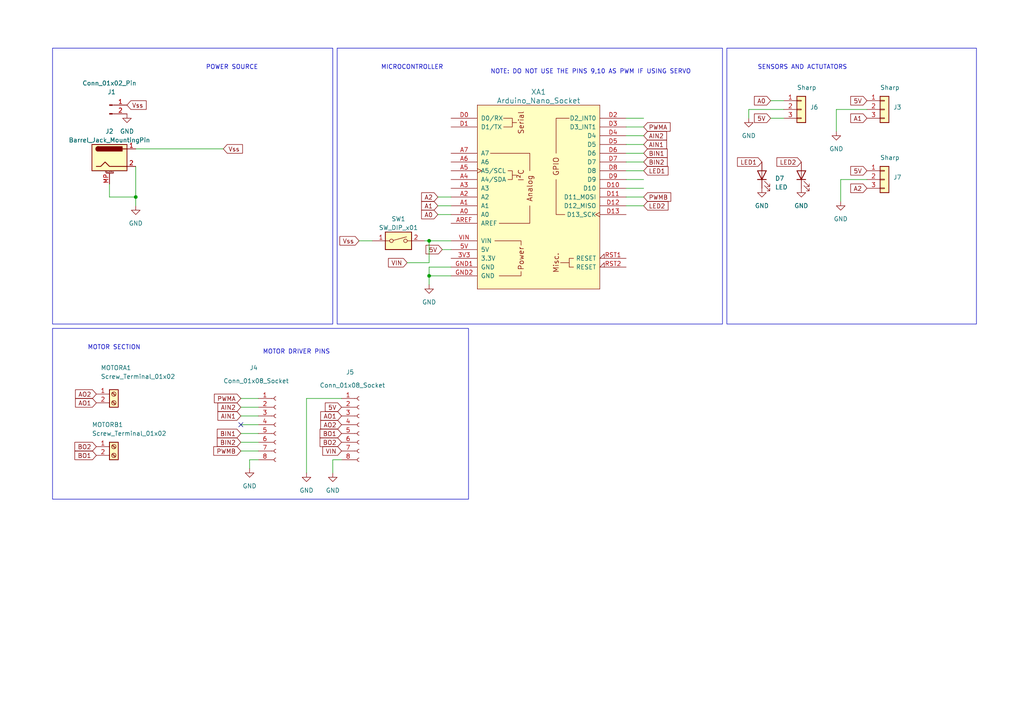
<source format=kicad_sch>
(kicad_sch (version 20230121) (generator eeschema)
  (paper "A4")
  (lib_symbols
    (symbol "Connector:Barrel_Jack_MountingPin" (pin_names hide)
      (property "Reference" "J" (at 0 5.334 0))
      (property "Value" "Barrel_Jack_MountingPin" (at 1.27 -6.35 0))
      (symbol "Barrel_Jack_MountingPin_0_1"
        (rectangle (start -5.08 3.81) (end 5.08 -3.81) (stroke (width 0.254)) (fill (type background)))
        (arc (start -3.302 3.175) (mid -3.9343 2.54) (end -3.302 1.905) (stroke (width 0.254)))
        (arc (start -3.302 3.175) (mid -3.9343 2.54) (end -3.302 1.905) (stroke (width 0.254)) (fill (type outline)))
        (polyline (pts (xy 5.08 2.54) (xy 3.81 2.54)) (stroke (width 0.254)))
        (polyline (pts (xy -3.81 -2.54) (xy -2.54 -2.54) (xy -1.27 -1.27) (xy 0 -2.54) (xy 2.54 -2.54) (xy 5.08 -2.54)) (stroke (width 0.254)))
        (rectangle (start 3.683 3.175) (end -3.302 1.905) (stroke (width 0.254)) (fill (type outline)))
      )
      (symbol "Barrel_Jack_MountingPin_1_1"
        (polyline (pts (xy -1.016 -4.572) (xy 1.016 -4.572)) (stroke (width 0.1524)))
        (text "Mounting" (at 0 -4.191 0) (effects (font (size 0.381 0.381))))
        (pin passive line (at 7.62 2.54 180) (length 2.54) (name "~") (number "1"))
        (pin passive line (at 7.62 -2.54 180) (length 2.54) (name "~") (number "2"))
        (pin passive line (at 0 -7.62 90) (length 3.048) (name "MountPin") (number "MP"))
      )
    )
    (symbol "Connector:Conn_01x02_Pin" (pin_names (offset 1.016) hide)
      (property "Reference" "J" (at 0 2.54 0))
      (property "Value" "Conn_01x02_Pin" (at 0 -5.08 0))
      (symbol "Conn_01x02_Pin_1_1"
        (polyline (pts (xy 1.27 -2.54) (xy 0.8636 -2.54)) (stroke (width 0.1524)))
        (polyline (pts (xy 1.27 0) (xy 0.8636 0)) (stroke (width 0.1524)))
        (rectangle (start 0.8636 -2.413) (end 0 -2.667) (stroke (width 0.1524)) (fill (type outline)))
        (rectangle (start 0.8636 0.127) (end 0 -0.127) (stroke (width 0.1524)) (fill (type outline)))
        (pin passive line (at 5.08 0 180) (length 3.81) (name "Pin_1") (number "1"))
        (pin passive line (at 5.08 -2.54 180) (length 3.81) (name "Pin_2") (number "2"))
      )
    )
    (symbol "Connector:Conn_01x08_Socket" (pin_names (offset 1.016) hide)
      (property "Reference" "J" (at 0 10.16 0))
      (property "Value" "Conn_01x08_Socket" (at 0 -12.7 0))
      (symbol "Conn_01x08_Socket_1_1"
        (arc (start 0 -9.652) (mid -0.5058 -10.16) (end 0 -10.668) (stroke (width 0.1524)))
        (arc (start 0 -7.112) (mid -0.5058 -7.62) (end 0 -8.128) (stroke (width 0.1524)))
        (arc (start 0 -4.572) (mid -0.5058 -5.08) (end 0 -5.588) (stroke (width 0.1524)))
        (arc (start 0 -2.032) (mid -0.5058 -2.54) (end 0 -3.048) (stroke (width 0.1524)))
        (polyline (pts (xy -1.27 -10.16) (xy -0.508 -10.16)) (stroke (width 0.1524)))
        (polyline (pts (xy -1.27 -7.62) (xy -0.508 -7.62)) (stroke (width 0.1524)))
        (polyline (pts (xy -1.27 -5.08) (xy -0.508 -5.08)) (stroke (width 0.1524)))
        (polyline (pts (xy -1.27 -2.54) (xy -0.508 -2.54)) (stroke (width 0.1524)))
        (polyline (pts (xy -1.27 0) (xy -0.508 0)) (stroke (width 0.1524)))
        (polyline (pts (xy -1.27 2.54) (xy -0.508 2.54)) (stroke (width 0.1524)))
        (polyline (pts (xy -1.27 5.08) (xy -0.508 5.08)) (stroke (width 0.1524)))
        (polyline (pts (xy -1.27 7.62) (xy -0.508 7.62)) (stroke (width 0.1524)))
        (arc (start 0 0.508) (mid -0.5058 0) (end 0 -0.508) (stroke (width 0.1524)))
        (arc (start 0 3.048) (mid -0.5058 2.54) (end 0 2.032) (stroke (width 0.1524)))
        (arc (start 0 5.588) (mid -0.5058 5.08) (end 0 4.572) (stroke (width 0.1524)))
        (arc (start 0 8.128) (mid -0.5058 7.62) (end 0 7.112) (stroke (width 0.1524)))
        (pin passive line (at -5.08 7.62 0) (length 3.81) (name "Pin_1") (number "1"))
        (pin passive line (at -5.08 5.08 0) (length 3.81) (name "Pin_2") (number "2"))
        (pin passive line (at -5.08 2.54 0) (length 3.81) (name "Pin_3") (number "3"))
        (pin passive line (at -5.08 0 0) (length 3.81) (name "Pin_4") (number "4"))
        (pin passive line (at -5.08 -2.54 0) (length 3.81) (name "Pin_5") (number "5"))
        (pin passive line (at -5.08 -5.08 0) (length 3.81) (name "Pin_6") (number "6"))
        (pin passive line (at -5.08 -7.62 0) (length 3.81) (name "Pin_7") (number "7"))
        (pin passive line (at -5.08 -10.16 0) (length 3.81) (name "Pin_8") (number "8"))
      )
    )
    (symbol "Connector:Screw_Terminal_01x02" (pin_names (offset 1.016) hide)
      (property "Reference" "J" (at 0 2.54 0))
      (property "Value" "Screw_Terminal_01x02" (at 0 -5.08 0))
      (symbol "Screw_Terminal_01x02_1_1"
        (rectangle (start -1.27 1.27) (end 1.27 -3.81) (stroke (width 0.254)) (fill (type background)))
        (circle (center 0 -2.54) (radius 0.635) (stroke (width 0.1524)))
        (polyline (pts (xy -0.5334 -2.2098) (xy 0.3302 -3.048)) (stroke (width 0.1524)))
        (polyline (pts (xy -0.5334 0.3302) (xy 0.3302 -0.508)) (stroke (width 0.1524)))
        (polyline (pts (xy -0.3556 -2.032) (xy 0.508 -2.8702)) (stroke (width 0.1524)))
        (polyline (pts (xy -0.3556 0.508) (xy 0.508 -0.3302)) (stroke (width 0.1524)))
        (circle (center 0 0) (radius 0.635) (stroke (width 0.1524)))
        (pin passive line (at -5.08 0 0) (length 3.81) (name "Pin_1") (number "1"))
        (pin passive line (at -5.08 -2.54 0) (length 3.81) (name "Pin_2") (number "2"))
      )
    )
    (symbol "Connector_Generic:Conn_01x03" (pin_names (offset 1.016) hide)
      (property "Reference" "J" (at 0 5.08 0))
      (property "Value" "Conn_01x03" (at 0 -5.08 0))
      (symbol "Conn_01x03_1_1"
        (rectangle (start -1.27 -2.413) (end 0 -2.667) (stroke (width 0.1524)))
        (rectangle (start -1.27 0.127) (end 0 -0.127) (stroke (width 0.1524)))
        (rectangle (start -1.27 2.667) (end 0 2.413) (stroke (width 0.1524)))
        (rectangle (start -1.27 3.81) (end 1.27 -3.81) (stroke (width 0.254)) (fill (type background)))
        (pin passive line (at -5.08 2.54 0) (length 3.81) (name "Pin_1") (number "1"))
        (pin passive line (at -5.08 0 0) (length 3.81) (name "Pin_2") (number "2"))
        (pin passive line (at -5.08 -2.54 0) (length 3.81) (name "Pin_3") (number "3"))
      )
    )
    (symbol "Device:LED" (pin_numbers hide) (pin_names (offset 1.016) hide)
      (property "Reference" "D" (at 0 2.54 0))
      (property "Value" "LED" (at 0 -2.54 0))
      (symbol "LED_0_1"
        (polyline (pts (xy -1.27 -1.27) (xy -1.27 1.27)) (stroke (width 0.254)))
        (polyline (pts (xy -1.27 0) (xy 1.27 0)))
        (polyline (pts (xy 1.27 -1.27) (xy 1.27 1.27) (xy -1.27 0) (xy 1.27 -1.27)) (stroke (width 0.254)))
        (polyline (pts (xy -3.048 -0.762) (xy -4.572 -2.286) (xy -3.81 -2.286) (xy -4.572 -2.286) (xy -4.572 -1.524)))
        (polyline (pts (xy -1.778 -0.762) (xy -3.302 -2.286) (xy -2.54 -2.286) (xy -3.302 -2.286) (xy -3.302 -1.524)))
      )
      (symbol "LED_1_1"
        (pin passive line (at -3.81 0 0) (length 2.54) (name "K") (number "1"))
        (pin passive line (at 3.81 0 180) (length 2.54) (name "A") (number "2"))
      )
    )
    (symbol "PCM_arduino-library:Arduino_Nano_Socket" (pin_names (offset 1.016))
      (property "Reference" "XA" (at 0 33.02 0))
      (property "Value" "Arduino_Nano_Socket" (at 0 29.21 0))
      (symbol "Arduino_Nano_Socket_0_0"
        (rectangle (start -17.78 26.67) (end 17.78 -26.67) (fill (type background)))
        (polyline (pts (xy -7.62 6.35) (xy -6.35 6.35)))
        (polyline (pts (xy -7.62 21.59) (xy -6.35 21.59)))
        (polyline (pts (xy 8.89 -19.05) (xy 6.35 -19.05)))
        (polyline (pts (xy -11.43 -22.86) (xy -5.08 -22.86) (xy -5.08 -21.59)))
        (polyline (pts (xy -5.08 -13.97) (xy -5.08 -12.7) (xy -12.7 -12.7)))
        (polyline (pts (xy -10.16 22.86) (xy -7.62 22.86) (xy -7.62 20.32) (xy -10.16 20.32)))
        (polyline (pts (xy -8.89 7.62) (xy -7.62 7.62) (xy -7.62 5.08) (xy -8.89 5.08)))
        (text "Analog" (at -2.54 2.54 900) (effects (font (size 1.524 1.524))))
        (text "I²C" (at -5.08 6.35 900) (effects (font (size 1.524 1.524))))
        (text "Misc." (at 5.08 -19.05 900) (effects (font (size 1.524 1.524))))
        (text "Power" (at -5.08 -17.78 900) (effects (font (size 1.524 1.524))))
        (text "Serial" (at -5.08 21.59 900) (effects (font (size 1.524 1.524))))
      )
      (symbol "Arduino_Nano_Socket_0_1"
        (polyline (pts (xy -13.97 12.7) (xy -2.54 12.7) (xy -2.54 7.62)))
        (polyline (pts (xy -11.43 -7.62) (xy -2.54 -7.62) (xy -2.54 -2.54)))
        (polyline (pts (xy 7.62 -5.08) (xy 5.08 -5.08) (xy 5.08 5.08)))
        (polyline (pts (xy 8.89 22.86) (xy 5.08 22.86) (xy 5.08 12.7)))
        (polyline (pts (xy 10.16 -17.78) (xy 8.89 -17.78) (xy 8.89 -20.32) (xy 10.16 -20.32)))
      )
      (symbol "Arduino_Nano_Socket_1_0"
        (text "GPIO" (at 5.08 8.89 900) (effects (font (size 1.524 1.524))))
      )
      (symbol "Arduino_Nano_Socket_1_1"
        (pin power_out line (at -25.4 -17.78 0) (length 7.62) (name "3.3V") (number "3V3"))
        (pin power_in line (at -25.4 -15.24 0) (length 7.62) (name "5V") (number "5V"))
        (pin bidirectional line (at -25.4 -5.08 0) (length 7.62) (name "A0") (number "A0"))
        (pin bidirectional line (at -25.4 -2.54 0) (length 7.62) (name "A1") (number "A1"))
        (pin bidirectional line (at -25.4 0 0) (length 7.62) (name "A2") (number "A2"))
        (pin bidirectional line (at -25.4 2.54 0) (length 7.62) (name "A3") (number "A3"))
        (pin bidirectional line (at -25.4 5.08 0) (length 7.62) (name "A4/SDA") (number "A4"))
        (pin bidirectional clock (at -25.4 7.62 0) (length 7.62) (name "A5/SCL") (number "A5"))
        (pin input line (at -25.4 10.16 0) (length 7.62) (name "A6") (number "A6"))
        (pin input line (at -25.4 12.7 0) (length 7.62) (name "A7") (number "A7"))
        (pin input line (at -25.4 -7.62 0) (length 7.62) (name "AREF") (number "AREF"))
        (pin bidirectional line (at -25.4 22.86 0) (length 7.62) (name "D0/RX") (number "D0"))
        (pin bidirectional line (at -25.4 20.32 0) (length 7.62) (name "D1/TX") (number "D1"))
        (pin bidirectional line (at 25.4 2.54 180) (length 7.62) (name "D10") (number "D10"))
        (pin bidirectional line (at 25.4 0 180) (length 7.62) (name "D11_MOSI") (number "D11"))
        (pin bidirectional line (at 25.4 -2.54 180) (length 7.62) (name "D12_MISO") (number "D12"))
        (pin bidirectional clock (at 25.4 -5.08 180) (length 7.62) (name "D13_SCK") (number "D13"))
        (pin bidirectional line (at 25.4 22.86 180) (length 7.62) (name "D2_INT0") (number "D2"))
        (pin bidirectional line (at 25.4 20.32 180) (length 7.62) (name "D3_INT1") (number "D3"))
        (pin bidirectional line (at 25.4 17.78 180) (length 7.62) (name "D4") (number "D4"))
        (pin bidirectional line (at 25.4 15.24 180) (length 7.62) (name "D5") (number "D5"))
        (pin bidirectional line (at 25.4 12.7 180) (length 7.62) (name "D6") (number "D6"))
        (pin bidirectional line (at 25.4 10.16 180) (length 7.62) (name "D7") (number "D7"))
        (pin bidirectional line (at 25.4 7.62 180) (length 7.62) (name "D8") (number "D8"))
        (pin bidirectional line (at 25.4 5.08 180) (length 7.62) (name "D9") (number "D9"))
        (pin power_in line (at -25.4 -20.32 0) (length 7.62) (name "GND") (number "GND1"))
        (pin power_in line (at -25.4 -22.86 0) (length 7.62) (name "GND") (number "GND2"))
        (pin open_collector input_low (at 25.4 -17.78 180) (length 7.62) (name "RESET") (number "RST1"))
        (pin open_collector input_low (at 25.4 -20.32 180) (length 7.62) (name "RESET") (number "RST2"))
        (pin power_in line (at -25.4 -12.7 0) (length 7.62) (name "VIN") (number "VIN"))
      )
    )
    (symbol "Switch:SW_DIP_x01" (pin_names (offset 0) hide)
      (property "Reference" "SW" (at 0 3.81 0))
      (property "Value" "SW_DIP_x01" (at 0 -3.81 0))
      (symbol "SW_DIP_x01_0_0"
        (circle (center -2.032 0) (radius 0.508))
        (polyline (pts (xy -1.524 0.127) (xy 2.3622 1.1684)))
        (circle (center 2.032 0) (radius 0.508))
      )
      (symbol "SW_DIP_x01_0_1"
        (rectangle (start -3.81 2.54) (end 3.81 -2.54) (stroke (width 0.254)) (fill (type background)))
      )
      (symbol "SW_DIP_x01_1_1"
        (pin passive line (at -7.62 0 0) (length 5.08) (name "~") (number "1"))
        (pin passive line (at 7.62 0 180) (length 5.08) (name "~") (number "2"))
      )
    )
    (symbol "power:GND" (power) (pin_names (offset 0))
      (property "Value" "GND" (at 0 -3.81 0))
      (symbol "GND_0_1"
        (polyline (pts (xy 0 0) (xy 0 -1.27) (xy 1.27 -1.27) (xy 0 -2.54) (xy -1.27 -1.27) (xy 0 -1.27)))
      )
      (symbol "GND_1_1"
        (pin power_in line (at 0 0 270) (length 0) hide (name "GND") (number "1"))
      )
    )
  )
  (junction (at 124.46 80.01))
  (junction (at 124.46 69.85))
  (junction (at 39.37 57.15))
  (no_connect (at 69.85 123.19))
  (wire (pts (xy 186.69 54.61) (xy 181.61 54.61)))
  (wire (pts (xy 39.37 43.18) (xy 64.77 43.18)))
  (wire (pts (xy 74.93 133.35) (xy 72.39 133.35)))
  (wire (pts (xy 124.46 80.01) (xy 124.46 82.55)))
  (wire (pts (xy 186.69 57.15) (xy 181.61 57.15)))
  (wire (pts (xy 223.52 34.29) (xy 227.33 34.29)))
  (wire (pts (xy 124.46 76.2) (xy 124.46 69.85)))
  (wire (pts (xy 74.93 125.73) (xy 69.85 125.73)))
  (wire (pts (xy 181.61 41.91) (xy 186.69 41.91)))
  (wire (pts (xy 127 57.15) (xy 130.81 57.15)))
  (wire (pts (xy 72.39 133.35) (xy 72.39 135.89)))
  (wire (pts (xy 242.57 31.75) (xy 242.57 38.1)))
  (wire (pts (xy 31.75 57.15) (xy 39.37 57.15)))
  (wire (pts (xy 186.69 36.83) (xy 181.61 36.83)))
  (wire (pts (xy 251.46 31.75) (xy 242.57 31.75)))
  (wire (pts (xy 186.69 59.69) (xy 181.61 59.69)))
  (wire (pts (xy 181.61 52.07) (xy 186.69 52.07)))
  (wire (pts (xy 181.61 46.99) (xy 186.69 46.99)))
  (wire (pts (xy 128.27 72.39) (xy 130.81 72.39)))
  (wire (pts (xy 181.61 49.53) (xy 186.69 49.53)))
  (wire (pts (xy 104.14 69.85) (xy 107.95 69.85)))
  (wire (pts (xy 123.19 69.85) (xy 124.46 69.85)))
  (wire (pts (xy 74.93 115.57) (xy 69.85 115.57)))
  (wire (pts (xy 217.17 31.75) (xy 217.17 34.29)))
  (wire (pts (xy 251.46 52.07) (xy 243.84 52.07)))
  (wire (pts (xy 99.06 133.35) (xy 96.52 133.35)))
  (wire (pts (xy 74.93 118.11) (xy 69.85 118.11)))
  (wire (pts (xy 223.52 29.21) (xy 227.33 29.21)))
  (wire (pts (xy 99.06 115.57) (xy 88.9 115.57)))
  (wire (pts (xy 227.33 31.75) (xy 217.17 31.75)))
  (wire (pts (xy 181.61 44.45) (xy 186.69 44.45)))
  (wire (pts (xy 96.52 133.35) (xy 96.52 137.16)))
  (wire (pts (xy 74.93 120.65) (xy 69.85 120.65)))
  (wire (pts (xy 39.37 48.26) (xy 39.37 57.15)))
  (wire (pts (xy 186.69 34.29) (xy 181.61 34.29)))
  (wire (pts (xy 74.93 123.19) (xy 69.85 123.19)))
  (wire (pts (xy 88.9 115.57) (xy 88.9 137.16)))
  (wire (pts (xy 124.46 77.47) (xy 124.46 80.01)))
  (wire (pts (xy 124.46 80.01) (xy 130.81 80.01)))
  (wire (pts (xy 69.85 130.81) (xy 74.93 130.81)))
  (wire (pts (xy 31.75 53.34) (xy 31.75 57.15)))
  (wire (pts (xy 130.81 77.47) (xy 124.46 77.47)))
  (wire (pts (xy 124.46 69.85) (xy 130.81 69.85)))
  (wire (pts (xy 39.37 57.15) (xy 39.37 59.69)))
  (wire (pts (xy 74.93 128.27) (xy 69.85 128.27)))
  (wire (pts (xy 118.11 76.2) (xy 124.46 76.2)))
  (wire (pts (xy 243.84 52.07) (xy 243.84 58.42)))
  (wire (pts (xy 127 59.69) (xy 130.81 59.69)))
  (wire (pts (xy 181.61 39.37) (xy 186.69 39.37)))
  (wire (pts (xy 127 62.23) (xy 130.81 62.23)))
  (rectangle (start 15.24 95.25) (end 135.89 144.78))
  (rectangle (start 15.24 13.97) (end 96.52 93.98))
  (rectangle (start 210.82 13.97) (end 283.21 93.98))
  (rectangle (start 97.79 13.97) (end 209.55 93.98))
  (text "POWER SOURCE" (at 59.69 20.32 0) (effects (font (size 1.27 1.27)) (justify left bottom)))
  (text "MOTOR SECTION\n" (at 25.4 101.6 0) (effects (font (size 1.27 1.27)) (justify left bottom)))
  (text "SENSORS AND ACTUTATORS" (at 219.71 20.32 0) (effects (font (size 1.27 1.27)) (justify left bottom)))
  (text "NOTE: DO NOT USE THE PINS 9,10 AS PWM IF USING SERVO" (at 142.24 21.59 0) (effects (font (size 1.27 1.27)) (justify left bottom)))
  (text "MOTOR DRIVER PINS" (at 76.2 102.87 0) (effects (font (size 1.27 1.27)) (justify left bottom)))
  (text "MICROCONTROLLER\n" (at 110.49 20.32 0) (effects (font (size 1.27 1.27)) (justify left bottom)))
  (global_label "BO2" (shape input) (at 27.94 129.54 180) (property "Intersheetrefs" "${INTERSHEET_REFS}" (effects hide)))
  (global_label "AIN1" (shape input) (at 186.69 41.91 0) (property "Intersheetrefs" "${INTERSHEET_REFS}" (effects hide)))
  (global_label "BIN2" (shape input) (at 186.69 46.99 0) (property "Intersheetrefs" "${INTERSHEET_REFS}" (effects hide)))
  (global_label "Vss" (shape input) (at 104.14 69.85 180) (property "Intersheetrefs" "${INTERSHEET_REFS}" (effects hide)))
  (global_label "BIN1" (shape input) (at 186.69 44.45 0) (property "Intersheetrefs" "${INTERSHEET_REFS}" (effects hide)))
  (global_label "LED1" (shape input) (at 220.98 46.99 180) (property "Intersheetrefs" "${INTERSHEET_REFS}" (effects hide)))
  (global_label "PWMA" (shape input) (at 69.85 115.57 180) (property "Intersheetrefs" "${INTERSHEET_REFS}" (effects hide)))
  (global_label "5V" (shape input) (at 223.52 34.29 180) (property "Intersheetrefs" "${INTERSHEET_REFS}" (effects hide)))
  (global_label "5V" (shape input) (at 251.46 29.21 180) (property "Intersheetrefs" "${INTERSHEET_REFS}" (effects hide)))
  (global_label "AO1" (shape input) (at 99.06 120.65 180) (property "Intersheetrefs" "${INTERSHEET_REFS}" (effects hide)))
  (global_label "BO1" (shape input) (at 99.06 125.73 180) (property "Intersheetrefs" "${INTERSHEET_REFS}" (effects hide)))
  (global_label "PWMA" (shape input) (at 186.69 36.83 0) (property "Intersheetrefs" "${INTERSHEET_REFS}" (effects hide)))
  (global_label "AIN1" (shape input) (at 69.85 120.65 180) (property "Intersheetrefs" "${INTERSHEET_REFS}" (effects hide)))
  (global_label "BIN1" (shape input) (at 69.85 125.73 180) (property "Intersheetrefs" "${INTERSHEET_REFS}" (effects hide)))
  (global_label "AO1" (shape input) (at 27.94 116.84 180) (property "Intersheetrefs" "${INTERSHEET_REFS}" (effects hide)))
  (global_label "A1" (shape input) (at 251.46 34.29 180) (property "Intersheetrefs" "${INTERSHEET_REFS}" (effects hide)))
  (global_label "A0" (shape input) (at 127 62.23 180) (property "Intersheetrefs" "${INTERSHEET_REFS}" (effects hide)))
  (global_label "5V" (shape input) (at 128.27 72.39 180) (property "Intersheetrefs" "${INTERSHEET_REFS}" (effects hide)))
  (global_label "5V" (shape input) (at 99.06 118.11 180) (property "Intersheetrefs" "${INTERSHEET_REFS}" (effects hide)))
  (global_label "BO2" (shape input) (at 99.06 128.27 180) (property "Intersheetrefs" "${INTERSHEET_REFS}" (effects hide)))
  (global_label "AIN2" (shape input) (at 186.69 39.37 0) (property "Intersheetrefs" "${INTERSHEET_REFS}" (effects hide)))
  (global_label "VIN" (shape input) (at 99.06 130.81 180) (property "Intersheetrefs" "${INTERSHEET_REFS}" (effects hide)))
  (global_label "AIN2" (shape input) (at 69.85 118.11 180) (property "Intersheetrefs" "${INTERSHEET_REFS}" (effects hide)))
  (global_label "LED2" (shape input) (at 186.69 59.69 0) (property "Intersheetrefs" "${INTERSHEET_REFS}" (effects hide)))
  (global_label "A0" (shape input) (at 223.52 29.21 180) (property "Intersheetrefs" "${INTERSHEET_REFS}" (effects hide)))
  (global_label "5V" (shape input) (at 251.46 49.53 180) (property "Intersheetrefs" "${INTERSHEET_REFS}" (effects hide)))
  (global_label "Vss" (shape input) (at 36.83 30.48 0) (property "Intersheetrefs" "${INTERSHEET_REFS}" (effects hide)))
  (global_label "AO2" (shape input) (at 99.06 123.19 180) (property "Intersheetrefs" "${INTERSHEET_REFS}" (effects hide)))
  (global_label "A2" (shape input) (at 251.46 54.61 180) (property "Intersheetrefs" "${INTERSHEET_REFS}" (effects hide)))
  (global_label "AO2" (shape input) (at 27.94 114.3 180) (property "Intersheetrefs" "${INTERSHEET_REFS}" (effects hide)))
  (global_label "Vss" (shape input) (at 64.77 43.18 0) (property "Intersheetrefs" "${INTERSHEET_REFS}" (effects hide)))
  (global_label "LED1" (shape input) (at 186.69 49.53 0) (property "Intersheetrefs" "${INTERSHEET_REFS}" (effects hide)))
  (global_label "PWMB" (shape input) (at 186.69 57.15 0) (property "Intersheetrefs" "${INTERSHEET_REFS}" (effects hide)))
  (global_label "A2" (shape input) (at 127 57.15 180) (property "Intersheetrefs" "${INTERSHEET_REFS}" (effects hide)))
  (global_label "A1" (shape input) (at 127 59.69 180) (property "Intersheetrefs" "${INTERSHEET_REFS}" (effects hide)))
  (global_label "BO1" (shape input) (at 27.94 132.08 180) (property "Intersheetrefs" "${INTERSHEET_REFS}" (effects hide)))
  (global_label "BIN2" (shape input) (at 69.85 128.27 180) (property "Intersheetrefs" "${INTERSHEET_REFS}" (effects hide)))
  (global_label "VIN" (shape input) (at 118.11 76.2 180) (property "Intersheetrefs" "${INTERSHEET_REFS}" (effects hide)))
  (global_label "PWMB" (shape input) (at 69.85 130.81 180) (property "Intersheetrefs" "${INTERSHEET_REFS}" (effects hide)))
  (global_label "LED2" (shape input) (at 232.41 46.99 180) (property "Intersheetrefs" "${INTERSHEET_REFS}" (effects hide)))
  (symbol (lib_id "power:GND") (at 242.57 38.1 0) (unit 1)
    (property "Reference" "#PWR03" (effects hide))
    (property "Value" "GND" (at 242.57 43.18 0))
  )
  (symbol (lib_id "power:GND") (at 88.9 137.16 0) (unit 1)
    (property "Reference" "#PWR05" (effects hide))
    (property "Value" "GND" (at 88.9 142.24 0))
  )
  (symbol (lib_id "Connector:Conn_01x02_Pin") (at 31.75 30.48 0) (unit 1)
    (property "Reference" "J1" (at 32.385 26.67 0))
    (property "Value" "Conn_01x02_Pin" (at 31.75 24.13 0))
    (property "Footprint" "Connector_PinHeader_2.54mm:PinHeader_1x02_P2.54mm_Vertical" (effects hide))
  )
  (symbol (lib_id "PCM_arduino-library:Arduino_Nano_Socket") (at 156.21 57.15 0) (unit 1)
    (property "Reference" "XA1" (at 156.21 26.67 0) (effects (font (size 1.524 1.524))))
    (property "Value" "Arduino_Nano_Socket" (at 156.21 29.21 0) (effects (font (size 1.524 1.524))))
    (property "Footprint" "PCM_arduino-library:Arduino_Nano_Socket" (effects hide))
    (property "Datasheet" "https://docs.arduino.cc/hardware/nano" (effects hide))
  )
  (symbol (lib_id "power:GND") (at 72.39 135.89 0) (unit 1)
    (property "Reference" "#PWR04" (effects hide))
    (property "Value" "GND" (at 72.39 140.97 0))
  )
  (symbol (lib_id "Connector_Generic:Conn_01x03") (at 256.54 52.07 0) (unit 1)
    (property "Reference" "J7" (at 259.08 51.435 0) (effects (justify left)))
    (property "Value" "Sharp" (at 255.27 45.72 0) (effects (justify left)))
    (property "Footprint" "Connector_PinHeader_2.54mm:PinHeader_1x03_P2.54mm_Vertical" (effects hide))
  )
  (symbol (lib_id "power:GND") (at 243.84 58.42 0) (unit 1)
    (property "Reference" "#PWR010" (effects hide))
    (property "Value" "GND" (at 243.84 63.5 0))
  )
  (symbol (lib_id "Connector:Screw_Terminal_01x02") (at 33.02 114.3 0) (unit 1)
    (property "Reference" "MOTORA1" (at 29.21 106.68 0) (effects (justify left)))
    (property "Value" "Screw_Terminal_01x02" (at 29.21 109.22 0) (effects (justify left)))
    (property "Footprint" "TerminalBlock_RND:TerminalBlock_RND_205-00001_1x02_P5.00mm_Horizontal" (effects hide))
  )
  (symbol (lib_id "Connector_Generic:Conn_01x03") (at 232.41 31.75 0) (unit 1)
    (property "Reference" "J6" (at 234.95 31.115 0) (effects (justify left)))
    (property "Value" "Sharp" (at 231.14 25.4 0) (effects (justify left)))
    (property "Footprint" "Connector_PinHeader_2.54mm:PinHeader_1x03_P2.54mm_Vertical" (effects hide))
  )
  (symbol (lib_id "Device:LED") (at 232.41 50.8 90) (unit 1)
    (property "Reference" "D8" (effects hide))
    (property "Value" "LED" (effects hide))
    (property "Footprint" "LED_THT:LED_D5.0mm" (effects hide))
  )
  (symbol (lib_id "Device:LED") (at 220.98 50.8 90) (unit 1)
    (property "Reference" "D7" (at 224.79 51.7525 90) (effects (justify right)))
    (property "Value" "LED" (at 224.79 54.2925 90) (effects (justify right)))
    (property "Footprint" "LED_THT:LED_D5.0mm" (effects hide))
  )
  (symbol (lib_id "power:GND") (at 96.52 137.16 0) (unit 1)
    (property "Reference" "#PWR06" (effects hide))
    (property "Value" "GND" (at 96.52 142.24 0))
  )
  (symbol (lib_id "Connector:Conn_01x08_Socket") (at 80.01 123.19 0) (unit 1)
    (property "Reference" "J4" (at 72.39 106.68 0) (effects (justify left)))
    (property "Value" "Conn_01x08_Socket" (at 64.77 110.49 0) (effects (justify left)))
    (property "Footprint" "Connector_PinHeader_2.54mm:PinHeader_1x08_P2.54mm_Vertical" (effects hide))
  )
  (symbol (lib_id "power:GND") (at 39.37 59.69 0) (unit 1)
    (property "Reference" "#PWR02" (effects hide))
    (property "Value" "GND" (at 39.37 64.77 0))
  )
  (symbol (lib_id "Connector:Barrel_Jack_MountingPin") (at 31.75 45.72 0) (unit 1)
    (property "Reference" "J2" (at 31.75 38.1 0))
    (property "Value" "Barrel_Jack_MountingPin" (at 31.75 40.64 0))
    (property "Footprint" "Connector_BarrelJack:BarrelJack_GCT_DCJ200-10-A_Horizontal" (effects hide))
  )
  (symbol (lib_id "power:GND") (at 217.17 34.29 0) (unit 1)
    (property "Reference" "#PWR09" (effects hide))
    (property "Value" "GND" (at 217.17 39.37 0))
  )
  (symbol (lib_id "power:GND") (at 232.41 54.61 0) (unit 1)
    (property "Reference" "#PWR011" (effects hide))
    (property "Value" "GND" (at 232.41 59.69 0))
  )
  (symbol (lib_id "power:GND") (at 220.98 54.61 0) (unit 1)
    (property "Reference" "#PWR08" (effects hide))
    (property "Value" "GND" (at 220.98 59.69 0))
  )
  (symbol (lib_id "power:GND") (at 36.83 33.02 0) (unit 1)
    (property "Reference" "#PWR01" (effects hide))
    (property "Value" "GND" (at 36.83 38.1 0))
  )
  (symbol (lib_id "power:GND") (at 124.46 82.55 0) (unit 1)
    (property "Reference" "#PWR07" (effects hide))
    (property "Value" "GND" (at 124.46 87.63 0))
  )
  (symbol (lib_id "Connector:Conn_01x08_Socket") (at 104.14 123.19 0) (unit 1)
    (property "Reference" "J5" (at 100.33 107.95 0) (effects (justify left)))
    (property "Value" "Conn_01x08_Socket" (at 92.71 111.76 0) (effects (justify left)))
    (property "Footprint" "Connector_PinHeader_2.54mm:PinHeader_1x08_P2.54mm_Vertical" (effects hide))
  )
  (symbol (lib_id "Connector:Screw_Terminal_01x02") (at 33.02 129.54 0) (unit 1)
    (property "Reference" "MOTORB1" (at 26.67 123.19 0) (effects (justify left)))
    (property "Value" "Screw_Terminal_01x02" (at 26.67 125.73 0) (effects (justify left)))
    (property "Footprint" "TerminalBlock_RND:TerminalBlock_RND_205-00001_1x02_P5.00mm_Horizontal" (effects hide))
  )
  (symbol (lib_id "Switch:SW_DIP_x01") (at 115.57 69.85 0) (unit 1)
    (property "Reference" "SW1" (at 115.57 63.5 0))
    (property "Value" "SW_DIP_x01" (at 115.57 66.04 0))
    (property "Footprint" "Rocker_Switch:Rocker_Switch" (effects hide))
  )
  (symbol (lib_id "Connector_Generic:Conn_01x03") (at 256.54 31.75 0) (unit 1)
    (property "Reference" "J3" (at 259.08 31.115 0) (effects (justify left)))
    (property "Value" "Sharp" (at 255.27 25.4 0) (effects (justify left)))
    (property "Footprint" "Connector_PinHeader_2.54mm:PinHeader_1x03_P2.54mm_Vertical" (effects hide))
  )
)
</source>
